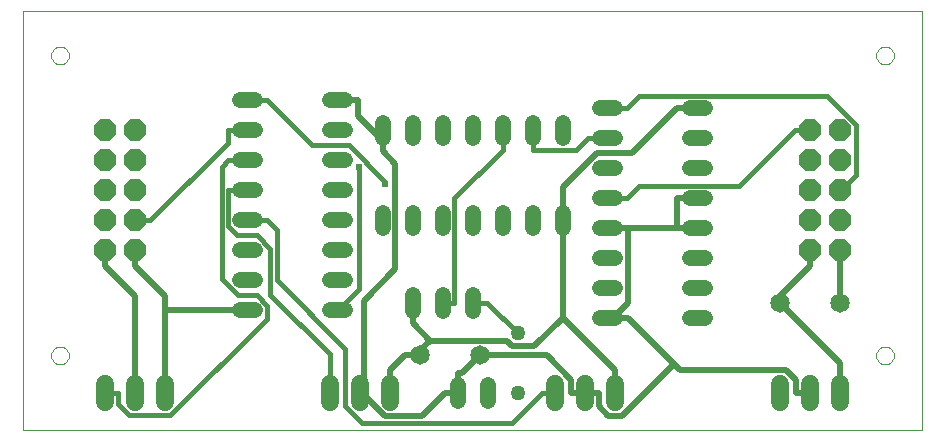
<source format=gbl>
G75*
G70*
%OFA0B0*%
%FSLAX24Y24*%
%IPPOS*%
%LPD*%
%AMOC8*
5,1,8,0,0,1.08239X$1,22.5*
%
%ADD10C,0.0000*%
%ADD11C,0.0520*%
%ADD12C,0.0594*%
%ADD13OC8,0.0740*%
%ADD14C,0.0500*%
%ADD15C,0.0650*%
%ADD16C,0.0200*%
%ADD17C,0.0150*%
%ADD18C,0.0240*%
D10*
X000101Y000151D02*
X000101Y014147D01*
X030096Y014147D01*
X030096Y000151D01*
X000101Y000151D01*
X001056Y002651D02*
X001058Y002685D01*
X001064Y002719D01*
X001074Y002752D01*
X001087Y002783D01*
X001105Y002813D01*
X001125Y002841D01*
X001149Y002866D01*
X001175Y002888D01*
X001203Y002906D01*
X001234Y002922D01*
X001266Y002934D01*
X001300Y002942D01*
X001334Y002946D01*
X001368Y002946D01*
X001402Y002942D01*
X001436Y002934D01*
X001468Y002922D01*
X001498Y002906D01*
X001527Y002888D01*
X001553Y002866D01*
X001577Y002841D01*
X001597Y002813D01*
X001615Y002783D01*
X001628Y002752D01*
X001638Y002719D01*
X001644Y002685D01*
X001646Y002651D01*
X001644Y002617D01*
X001638Y002583D01*
X001628Y002550D01*
X001615Y002519D01*
X001597Y002489D01*
X001577Y002461D01*
X001553Y002436D01*
X001527Y002414D01*
X001499Y002396D01*
X001468Y002380D01*
X001436Y002368D01*
X001402Y002360D01*
X001368Y002356D01*
X001334Y002356D01*
X001300Y002360D01*
X001266Y002368D01*
X001234Y002380D01*
X001203Y002396D01*
X001175Y002414D01*
X001149Y002436D01*
X001125Y002461D01*
X001105Y002489D01*
X001087Y002519D01*
X001074Y002550D01*
X001064Y002583D01*
X001058Y002617D01*
X001056Y002651D01*
X001056Y012651D02*
X001058Y012685D01*
X001064Y012719D01*
X001074Y012752D01*
X001087Y012783D01*
X001105Y012813D01*
X001125Y012841D01*
X001149Y012866D01*
X001175Y012888D01*
X001203Y012906D01*
X001234Y012922D01*
X001266Y012934D01*
X001300Y012942D01*
X001334Y012946D01*
X001368Y012946D01*
X001402Y012942D01*
X001436Y012934D01*
X001468Y012922D01*
X001498Y012906D01*
X001527Y012888D01*
X001553Y012866D01*
X001577Y012841D01*
X001597Y012813D01*
X001615Y012783D01*
X001628Y012752D01*
X001638Y012719D01*
X001644Y012685D01*
X001646Y012651D01*
X001644Y012617D01*
X001638Y012583D01*
X001628Y012550D01*
X001615Y012519D01*
X001597Y012489D01*
X001577Y012461D01*
X001553Y012436D01*
X001527Y012414D01*
X001499Y012396D01*
X001468Y012380D01*
X001436Y012368D01*
X001402Y012360D01*
X001368Y012356D01*
X001334Y012356D01*
X001300Y012360D01*
X001266Y012368D01*
X001234Y012380D01*
X001203Y012396D01*
X001175Y012414D01*
X001149Y012436D01*
X001125Y012461D01*
X001105Y012489D01*
X001087Y012519D01*
X001074Y012550D01*
X001064Y012583D01*
X001058Y012617D01*
X001056Y012651D01*
X028556Y012651D02*
X028558Y012685D01*
X028564Y012719D01*
X028574Y012752D01*
X028587Y012783D01*
X028605Y012813D01*
X028625Y012841D01*
X028649Y012866D01*
X028675Y012888D01*
X028703Y012906D01*
X028734Y012922D01*
X028766Y012934D01*
X028800Y012942D01*
X028834Y012946D01*
X028868Y012946D01*
X028902Y012942D01*
X028936Y012934D01*
X028968Y012922D01*
X028998Y012906D01*
X029027Y012888D01*
X029053Y012866D01*
X029077Y012841D01*
X029097Y012813D01*
X029115Y012783D01*
X029128Y012752D01*
X029138Y012719D01*
X029144Y012685D01*
X029146Y012651D01*
X029144Y012617D01*
X029138Y012583D01*
X029128Y012550D01*
X029115Y012519D01*
X029097Y012489D01*
X029077Y012461D01*
X029053Y012436D01*
X029027Y012414D01*
X028999Y012396D01*
X028968Y012380D01*
X028936Y012368D01*
X028902Y012360D01*
X028868Y012356D01*
X028834Y012356D01*
X028800Y012360D01*
X028766Y012368D01*
X028734Y012380D01*
X028703Y012396D01*
X028675Y012414D01*
X028649Y012436D01*
X028625Y012461D01*
X028605Y012489D01*
X028587Y012519D01*
X028574Y012550D01*
X028564Y012583D01*
X028558Y012617D01*
X028556Y012651D01*
X028556Y002651D02*
X028558Y002685D01*
X028564Y002719D01*
X028574Y002752D01*
X028587Y002783D01*
X028605Y002813D01*
X028625Y002841D01*
X028649Y002866D01*
X028675Y002888D01*
X028703Y002906D01*
X028734Y002922D01*
X028766Y002934D01*
X028800Y002942D01*
X028834Y002946D01*
X028868Y002946D01*
X028902Y002942D01*
X028936Y002934D01*
X028968Y002922D01*
X028998Y002906D01*
X029027Y002888D01*
X029053Y002866D01*
X029077Y002841D01*
X029097Y002813D01*
X029115Y002783D01*
X029128Y002752D01*
X029138Y002719D01*
X029144Y002685D01*
X029146Y002651D01*
X029144Y002617D01*
X029138Y002583D01*
X029128Y002550D01*
X029115Y002519D01*
X029097Y002489D01*
X029077Y002461D01*
X029053Y002436D01*
X029027Y002414D01*
X028999Y002396D01*
X028968Y002380D01*
X028936Y002368D01*
X028902Y002360D01*
X028868Y002356D01*
X028834Y002356D01*
X028800Y002360D01*
X028766Y002368D01*
X028734Y002380D01*
X028703Y002396D01*
X028675Y002414D01*
X028649Y002436D01*
X028625Y002461D01*
X028605Y002489D01*
X028587Y002519D01*
X028574Y002550D01*
X028564Y002583D01*
X028558Y002617D01*
X028556Y002651D01*
D11*
X022861Y003901D02*
X022341Y003901D01*
X022341Y004901D02*
X022861Y004901D01*
X022861Y005901D02*
X022341Y005901D01*
X022341Y006901D02*
X022861Y006901D01*
X022861Y007901D02*
X022341Y007901D01*
X022341Y008901D02*
X022861Y008901D01*
X022861Y009901D02*
X022341Y009901D01*
X022341Y010901D02*
X022861Y010901D01*
X019861Y010901D02*
X019341Y010901D01*
X018101Y010411D02*
X018101Y009891D01*
X017101Y009891D02*
X017101Y010411D01*
X016101Y010411D02*
X016101Y009891D01*
X015101Y009891D02*
X015101Y010411D01*
X014101Y010411D02*
X014101Y009891D01*
X013101Y009891D02*
X013101Y010411D01*
X012101Y010411D02*
X012101Y009891D01*
X010861Y010151D02*
X010341Y010151D01*
X010341Y009151D02*
X010861Y009151D01*
X010861Y008151D02*
X010341Y008151D01*
X012101Y007411D02*
X012101Y006891D01*
X013101Y006891D02*
X013101Y007411D01*
X014101Y007411D02*
X014101Y006891D01*
X015101Y006891D02*
X015101Y007411D01*
X016101Y007411D02*
X016101Y006891D01*
X017101Y006891D02*
X017101Y007411D01*
X018101Y007411D02*
X018101Y006891D01*
X019341Y006901D02*
X019861Y006901D01*
X019861Y005901D02*
X019341Y005901D01*
X019341Y004901D02*
X019861Y004901D01*
X019861Y003901D02*
X019341Y003901D01*
X015101Y004141D02*
X015101Y004661D01*
X014101Y004661D02*
X014101Y004141D01*
X013101Y004141D02*
X013101Y004661D01*
X010861Y005151D02*
X010341Y005151D01*
X010341Y004151D02*
X010861Y004151D01*
X007861Y004151D02*
X007341Y004151D01*
X007341Y005151D02*
X007861Y005151D01*
X007861Y006151D02*
X007341Y006151D01*
X007341Y007151D02*
X007861Y007151D01*
X007861Y008151D02*
X007341Y008151D01*
X007341Y009151D02*
X007861Y009151D01*
X007861Y010151D02*
X007341Y010151D01*
X007341Y011151D02*
X007861Y011151D01*
X010341Y011151D02*
X010861Y011151D01*
X010861Y007151D02*
X010341Y007151D01*
X010341Y006151D02*
X010861Y006151D01*
X019341Y007901D02*
X019861Y007901D01*
X019861Y008901D02*
X019341Y008901D01*
X019341Y009901D02*
X019861Y009901D01*
X015601Y001661D02*
X015601Y001141D01*
X014601Y001141D02*
X014601Y001661D01*
D12*
X012351Y001698D02*
X012351Y001104D01*
X011351Y001104D02*
X011351Y001698D01*
X010351Y001698D02*
X010351Y001104D01*
X004851Y001104D02*
X004851Y001698D01*
X003851Y001698D02*
X003851Y001104D01*
X002851Y001104D02*
X002851Y001698D01*
X017851Y001698D02*
X017851Y001104D01*
X018851Y001104D02*
X018851Y001698D01*
X019851Y001698D02*
X019851Y001104D01*
X025351Y001104D02*
X025351Y001698D01*
X026351Y001698D02*
X026351Y001104D01*
X027351Y001104D02*
X027351Y001698D01*
D13*
X027351Y006151D03*
X026351Y006151D03*
X026351Y007151D03*
X027351Y007151D03*
X027351Y008151D03*
X026351Y008151D03*
X026351Y009151D03*
X027351Y009151D03*
X027351Y010151D03*
X026351Y010151D03*
X003851Y010151D03*
X002851Y010151D03*
X002851Y009151D03*
X003851Y009151D03*
X003851Y008151D03*
X002851Y008151D03*
X002851Y007151D03*
X003851Y007151D03*
X003851Y006151D03*
X002851Y006151D03*
D14*
X016601Y003385D03*
X016601Y001417D03*
D15*
X015335Y002651D03*
X013367Y002651D03*
X025367Y004401D03*
X027335Y004401D03*
D16*
X027335Y005605D01*
X027351Y005621D01*
X027351Y006151D01*
X026351Y006151D02*
X026351Y005621D01*
X025367Y004637D01*
X025367Y004401D01*
X027351Y002417D01*
X027351Y001401D01*
X026351Y001401D02*
X025894Y001401D01*
X025894Y001830D01*
X025564Y002160D01*
X022022Y002160D01*
X021803Y002379D01*
X020072Y000647D01*
X019634Y000647D01*
X019308Y000973D01*
X019308Y001401D01*
X018851Y001401D01*
X018394Y001401D01*
X018394Y001830D01*
X017572Y002651D01*
X015335Y002651D01*
X014765Y002081D01*
X014601Y002081D01*
X014601Y001401D01*
X014181Y001401D01*
X013419Y000639D01*
X012169Y000639D01*
X011471Y001337D01*
X011471Y001401D01*
X011351Y001401D01*
X011471Y001401D02*
X011471Y004470D01*
X012526Y005525D01*
X012526Y009045D01*
X012101Y009471D01*
X012101Y009811D01*
X012101Y010151D01*
X012101Y009811D02*
X011281Y010631D01*
X011281Y011151D01*
X010601Y011151D01*
X018101Y008260D02*
X019242Y009401D01*
X020421Y009401D01*
X021921Y010901D01*
X022601Y010901D01*
X018101Y008260D02*
X018101Y007151D01*
X018101Y007091D01*
X018101Y006471D01*
X018101Y003905D01*
X019851Y002155D01*
X019851Y001401D01*
X021803Y002379D02*
X020281Y003901D01*
X019773Y003901D01*
X019601Y003901D01*
X019773Y003901D02*
X020281Y004409D01*
X020281Y006901D01*
X019601Y006901D01*
X020281Y006901D02*
X021921Y006901D01*
X021921Y007901D01*
X022601Y007901D01*
X022601Y006901D02*
X021921Y006901D01*
X018101Y003905D02*
X017161Y002965D01*
X016410Y002965D01*
X016235Y003140D01*
X013682Y003140D01*
X013101Y003721D01*
X013101Y004401D01*
X013682Y003140D02*
X013367Y002824D01*
X013367Y002651D01*
X012847Y002651D01*
X012351Y002155D01*
X012351Y001401D01*
X007601Y004151D02*
X006921Y004151D01*
X004851Y004151D01*
X004851Y001401D01*
X003851Y001401D02*
X003851Y004621D01*
X002851Y005621D01*
X002851Y006151D01*
X003851Y006151D02*
X003851Y005621D01*
X004851Y004621D01*
X004851Y004151D01*
D17*
X006736Y005192D02*
X007277Y004651D01*
X007921Y004651D01*
X008256Y004316D01*
X008256Y003878D01*
X005033Y000656D01*
X003650Y000656D01*
X003283Y001023D01*
X003283Y001401D01*
X002851Y001401D01*
X008361Y004684D02*
X008361Y006213D01*
X007923Y006651D01*
X007256Y006651D01*
X006946Y006961D01*
X006946Y008151D01*
X007601Y008151D01*
X006736Y008941D02*
X006736Y005192D01*
X008361Y004684D02*
X010351Y002694D01*
X010351Y001401D01*
X010851Y000969D02*
X010851Y002877D01*
X008571Y005157D01*
X008571Y006836D01*
X008256Y007151D01*
X007601Y007151D01*
X006946Y009741D02*
X004356Y007151D01*
X003851Y007151D01*
X006736Y008941D02*
X006946Y009151D01*
X007601Y009151D01*
X006946Y009741D02*
X006946Y010151D01*
X007601Y010151D01*
X007601Y011151D02*
X008256Y011151D01*
X009756Y009651D01*
X010978Y009651D01*
X012187Y008442D01*
X012187Y008354D01*
X011333Y008935D02*
X011333Y004883D01*
X010601Y004151D01*
X014101Y004401D02*
X014496Y004401D01*
X014496Y007891D01*
X016101Y009496D01*
X016101Y010151D01*
X017101Y010151D02*
X017101Y009496D01*
X018541Y009496D01*
X018946Y009901D01*
X019601Y009901D01*
X019601Y010901D02*
X020256Y010901D01*
X020661Y011307D01*
X026916Y011307D01*
X027875Y010347D01*
X027875Y008676D01*
X027351Y008151D01*
X025846Y010151D02*
X023991Y008296D01*
X020651Y008296D01*
X020256Y007901D01*
X019601Y007901D01*
X025846Y010151D02*
X026351Y010151D01*
X016601Y003385D02*
X015585Y004401D01*
X015101Y004401D01*
X017419Y001401D02*
X017851Y001401D01*
X017419Y001401D02*
X016422Y000404D01*
X011416Y000404D01*
X010851Y000969D01*
D18*
X012187Y008354D03*
X011333Y008935D03*
M02*

</source>
